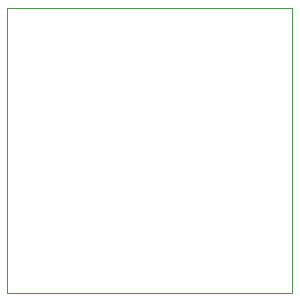
<source format=gm1>
%TF.GenerationSoftware,KiCad,Pcbnew,9.0.5-1.fc42*%
%TF.CreationDate,2025-12-03T04:58:23+01:00*%
%TF.ProjectId,Block-RotaryEncoder-Button,426c6f63-6b2d-4526-9f74-617279456e63,1*%
%TF.SameCoordinates,Original*%
%TF.FileFunction,Profile,NP*%
%FSLAX46Y46*%
G04 Gerber Fmt 4.6, Leading zero omitted, Abs format (unit mm)*
G04 Created by KiCad (PCBNEW 9.0.5-1.fc42) date 2025-12-03 04:58:23*
%MOMM*%
%LPD*%
G01*
G04 APERTURE LIST*
%TA.AperFunction,Profile*%
%ADD10C,0.050000*%
%TD*%
G04 APERTURE END LIST*
D10*
X127000000Y-101600000D02*
X151130000Y-101600000D01*
X151130000Y-125730000D01*
X127000000Y-125730000D01*
X127000000Y-101600000D01*
M02*

</source>
